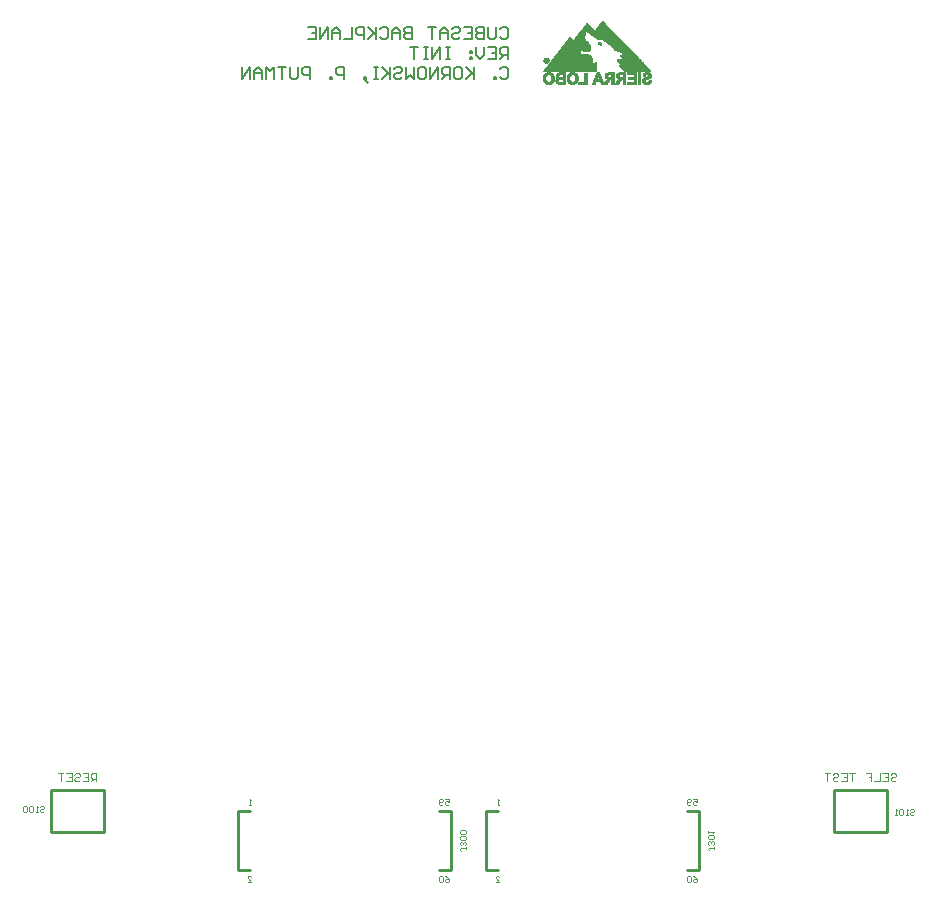
<source format=gbo>
G04*
G04 #@! TF.GenerationSoftware,Altium Limited,Altium Designer,19.1.6 (110)*
G04*
G04 Layer_Color=32896*
%FSLAX25Y25*%
%MOIN*%
G70*
G01*
G75*
%ADD11C,0.01000*%
%ADD15C,0.00394*%
%ADD56C,0.00050*%
%ADD57C,0.00800*%
%ADD58C,0.00472*%
D11*
X145669Y13780D02*
X149606D01*
Y33465D01*
X145669D02*
X149606D01*
X78740Y13780D02*
X82677D01*
X78740D02*
Y33465D01*
X82677D01*
X161417D02*
X165354D01*
X161417Y13780D02*
Y33465D01*
Y13780D02*
X165354D01*
X228346Y33465D02*
X232283D01*
Y13780D02*
Y33465D01*
X228346Y13780D02*
X232283D01*
X33858Y26575D02*
Y40354D01*
X16142D02*
X33858D01*
X16142Y26575D02*
Y40354D01*
Y26575D02*
X33858D01*
X277165D02*
X294882D01*
X277165D02*
Y40354D01*
X294882D01*
Y26575D02*
Y40354D01*
D15*
X147507Y11810D02*
X148163Y11482D01*
X148819Y10826D01*
Y10170D01*
X148491Y9843D01*
X147835D01*
X147507Y10170D01*
Y10498D01*
X147835Y10826D01*
X148819D01*
X146851Y11482D02*
X146523Y11810D01*
X145867D01*
X145539Y11482D01*
Y10170D01*
X145867Y9843D01*
X146523D01*
X146851Y10170D01*
Y11482D01*
X147507Y37401D02*
X148819D01*
Y36417D01*
X148163Y36745D01*
X147835D01*
X147507Y36417D01*
Y35761D01*
X147835Y35433D01*
X148491D01*
X148819Y35761D01*
X146851D02*
X146523Y35433D01*
X145867D01*
X145539Y35761D01*
Y37073D01*
X145867Y37401D01*
X146523D01*
X146851Y37073D01*
Y36745D01*
X146523Y36417D01*
X145539D01*
X81759Y9843D02*
X83071D01*
X81759Y11154D01*
Y11482D01*
X82087Y11810D01*
X82743D01*
X83071Y11482D01*
Y35433D02*
X82415D01*
X82743D01*
Y37401D01*
X83071Y37073D01*
X165748Y35433D02*
X165092D01*
X165420D01*
Y37401D01*
X165748Y37073D01*
X164436Y9843D02*
X165748D01*
X164436Y11154D01*
Y11482D01*
X164764Y11810D01*
X165420D01*
X165748Y11482D01*
X230184Y37401D02*
X231496D01*
Y36417D01*
X230840Y36745D01*
X230512D01*
X230184Y36417D01*
Y35761D01*
X230512Y35433D01*
X231168D01*
X231496Y35761D01*
X229528D02*
X229200Y35433D01*
X228544D01*
X228216Y35761D01*
Y37073D01*
X228544Y37401D01*
X229200D01*
X229528Y37073D01*
Y36745D01*
X229200Y36417D01*
X228216D01*
X230184Y11810D02*
X230840Y11482D01*
X231496Y10826D01*
Y10170D01*
X231168Y9843D01*
X230512D01*
X230184Y10170D01*
Y10498D01*
X230512Y10826D01*
X231496D01*
X229528Y11482D02*
X229200Y11810D01*
X228544D01*
X228216Y11482D01*
Y10170D01*
X228544Y9843D01*
X229200D01*
X229528Y10170D01*
Y11482D01*
X302625Y33923D02*
X302953Y34251D01*
X303609D01*
X303937Y33923D01*
Y33595D01*
X303609Y33267D01*
X302953D01*
X302625Y32939D01*
Y32611D01*
X302953Y32283D01*
X303609D01*
X303937Y32611D01*
X301969Y32283D02*
X301313D01*
X301641D01*
Y34251D01*
X301969Y33923D01*
X300329D02*
X300001Y34251D01*
X299345D01*
X299017Y33923D01*
Y32611D01*
X299345Y32283D01*
X300001D01*
X300329Y32611D01*
Y33923D01*
X298361Y32283D02*
X297706D01*
X298033D01*
Y34251D01*
X298361Y33923D01*
X12468Y34711D02*
X12796Y35039D01*
X13452D01*
X13780Y34711D01*
Y34383D01*
X13452Y34055D01*
X12796D01*
X12468Y33727D01*
Y33399D01*
X12796Y33071D01*
X13452D01*
X13780Y33399D01*
X11812Y33071D02*
X11156D01*
X11484D01*
Y35039D01*
X11812Y34711D01*
X10172D02*
X9844Y35039D01*
X9188D01*
X8860Y34711D01*
Y33399D01*
X9188Y33071D01*
X9844D01*
X10172Y33399D01*
Y34711D01*
X8204D02*
X7876Y35039D01*
X7220D01*
X6892Y34711D01*
Y33399D01*
X7220Y33071D01*
X7876D01*
X8204Y33399D01*
Y34711D01*
X237174Y21618D02*
Y20962D01*
Y21290D01*
X235534D01*
X235206Y20962D01*
Y20634D01*
X235534Y20306D01*
X236846Y22274D02*
X237174Y22602D01*
Y23258D01*
X236846Y23586D01*
X236518D01*
X236190Y23258D01*
Y22930D01*
Y23258D01*
X235862Y23586D01*
X235534D01*
X235206Y23258D01*
Y22602D01*
X235534Y22274D01*
X236846Y24242D02*
X237174Y24570D01*
Y25226D01*
X236846Y25554D01*
X235534D01*
X235206Y25226D01*
Y24570D01*
X235534Y24242D01*
X236846D01*
X235206Y26210D02*
Y26866D01*
Y26538D01*
X237174D01*
X236846Y26210D01*
X154474Y21318D02*
Y20662D01*
Y20990D01*
X152834D01*
X152506Y20662D01*
Y20334D01*
X152834Y20006D01*
X154146Y21974D02*
X154474Y22302D01*
Y22958D01*
X154146Y23286D01*
X153818D01*
X153490Y22958D01*
Y22630D01*
Y22958D01*
X153162Y23286D01*
X152834D01*
X152506Y22958D01*
Y22302D01*
X152834Y21974D01*
X154146Y23942D02*
X154474Y24270D01*
Y24926D01*
X154146Y25254D01*
X152834D01*
X152506Y24926D01*
Y24270D01*
X152834Y23942D01*
X154146D01*
Y25910D02*
X154474Y26238D01*
Y26894D01*
X154146Y27222D01*
X152834D01*
X152506Y26894D01*
Y26238D01*
X152834Y25910D01*
X154146D01*
D56*
X181735Y275840D02*
X182385D01*
X189635D02*
X190335D01*
X214435D02*
X215185D01*
X181485Y275890D02*
X182635D01*
X185635D02*
X187535D01*
X189385D02*
X190585D01*
X192135D02*
X194735D01*
X196685D02*
X197485D01*
X199635D02*
X200435D01*
X200485D02*
X201385D01*
X203135D02*
X203835D01*
X204335D02*
X205185D01*
X206935D02*
X207685D01*
X208335D02*
X211185D01*
X211935D02*
X212685D01*
X214135D02*
X215435D01*
X181335Y275940D02*
X182835D01*
X185135D02*
X187585D01*
X189235D02*
X190735D01*
X192085D02*
X194785D01*
X196685D02*
X197535D01*
X199585D02*
X200435D01*
X200485D02*
X201435D01*
X203085D02*
X203885D01*
X204335D02*
X205235D01*
X206935D02*
X207685D01*
X208335D02*
X211235D01*
X211935D02*
X212685D01*
X214035D02*
X215585D01*
X181185Y275991D02*
X182935D01*
X185035D02*
X187535D01*
X189135D02*
X190835D01*
X192085D02*
X194785D01*
X196685D02*
X197535D01*
X199585D02*
X200385D01*
X200535D02*
X201485D01*
X203085D02*
X203885D01*
X204335D02*
X205285D01*
X206935D02*
X207685D01*
X208335D02*
X211185D01*
X211935D02*
X212685D01*
X213935D02*
X215735D01*
X181135Y276041D02*
X183035D01*
X184935D02*
X187585D01*
X189035D02*
X190935D01*
X192085D02*
X194785D01*
X196735D02*
X197535D01*
X199585D02*
X200385D01*
X200585D02*
X201485D01*
X203085D02*
X203885D01*
X204385D02*
X205335D01*
X206935D02*
X207685D01*
X208335D02*
X211235D01*
X211935D02*
X212685D01*
X213835D02*
X215785D01*
X181035Y276091D02*
X183135D01*
X184835D02*
X187535D01*
X188935D02*
X191035D01*
X192085D02*
X194785D01*
X196735D02*
X197585D01*
X199535D02*
X200385D01*
X200585D02*
X201535D01*
X203085D02*
X203885D01*
X204385D02*
X205335D01*
X206935D02*
X207685D01*
X208335D02*
X211235D01*
X211935D02*
X212685D01*
X213735D02*
X215835D01*
X180935Y276140D02*
X183185D01*
X184735D02*
X187535D01*
X188885D02*
X191085D01*
X192085D02*
X194785D01*
X196735D02*
X197585D01*
X199535D02*
X200335D01*
X200635D02*
X201585D01*
X203085D02*
X203885D01*
X204435D02*
X205385D01*
X206935D02*
X207685D01*
X208335D02*
X211235D01*
X211935D02*
X212685D01*
X213685D02*
X215935D01*
X180885Y276190D02*
X183235D01*
X184685D02*
X187535D01*
X188785D02*
X191185D01*
X192085D02*
X194785D01*
X196785D02*
X197585D01*
X199535D02*
X200335D01*
X200685D02*
X201585D01*
X203085D02*
X203885D01*
X204485D02*
X205385D01*
X206935D02*
X207685D01*
X208335D02*
X211235D01*
X211935D02*
X212685D01*
X213635D02*
X215985D01*
X180835Y276240D02*
X183335D01*
X184685D02*
X187535D01*
X188735D02*
X191235D01*
X192085D02*
X194785D01*
X196785D02*
X197635D01*
X199485D02*
X200285D01*
X200685D02*
X201635D01*
X203085D02*
X203885D01*
X204535D02*
X205435D01*
X206935D02*
X207685D01*
X208335D02*
X211235D01*
X211935D02*
X212685D01*
X213585D02*
X216035D01*
X180785Y276290D02*
X183385D01*
X184635D02*
X187535D01*
X188685D02*
X191285D01*
X192085D02*
X194785D01*
X196835D02*
X197635D01*
X199485D02*
X200285D01*
X200735D02*
X201685D01*
X203085D02*
X203885D01*
X204535D02*
X205485D01*
X206935D02*
X207685D01*
X208335D02*
X211235D01*
X211935D02*
X212685D01*
X213535D02*
X216085D01*
X180735Y276341D02*
X183435D01*
X184585D02*
X187535D01*
X188635D02*
X191335D01*
X192085D02*
X194785D01*
X196835D02*
X197685D01*
X199485D02*
X200285D01*
X200735D02*
X201685D01*
X203085D02*
X203885D01*
X204585D02*
X205485D01*
X206935D02*
X207685D01*
X208335D02*
X211235D01*
X211935D02*
X212685D01*
X213485D02*
X216135D01*
X180685Y276391D02*
X183485D01*
X184535D02*
X187535D01*
X188585D02*
X191385D01*
X192085D02*
X194785D01*
X196835D02*
X197685D01*
X199435D02*
X200235D01*
X200785D02*
X201735D01*
X203085D02*
X203885D01*
X204585D02*
X205535D01*
X206935D02*
X207685D01*
X208335D02*
X211235D01*
X211935D02*
X212685D01*
X213485D02*
X216135D01*
X180635Y276441D02*
X183485D01*
X184535D02*
X187535D01*
X188535D02*
X191435D01*
X192085D02*
X194785D01*
X196885D02*
X197685D01*
X199435D02*
X200235D01*
X200785D02*
X201785D01*
X203085D02*
X203885D01*
X204635D02*
X205585D01*
X206935D02*
X207685D01*
X208335D02*
X211235D01*
X211935D02*
X212685D01*
X213435D02*
X216185D01*
X180585Y276490D02*
X181885D01*
X182285D02*
X183535D01*
X184485D02*
X187535D01*
X188535D02*
X189735D01*
X190185D02*
X191485D01*
X192085D02*
X194785D01*
X196885D02*
X197735D01*
X199435D02*
X200235D01*
X200835D02*
X201785D01*
X203085D02*
X203885D01*
X204635D02*
X205585D01*
X206935D02*
X207685D01*
X208335D02*
X211235D01*
X211935D02*
X212685D01*
X213435D02*
X214535D01*
X215085D02*
X216185D01*
X180535Y276540D02*
X181685D01*
X182435D02*
X183585D01*
X184485D02*
X185585D01*
X186785D02*
X187535D01*
X188485D02*
X189585D01*
X190335D02*
X191485D01*
X193985D02*
X194785D01*
X196935D02*
X197735D01*
X199385D02*
X200185D01*
X200885D02*
X201835D01*
X203085D02*
X203885D01*
X204685D02*
X205635D01*
X206935D02*
X207685D01*
X210435D02*
X211235D01*
X211935D02*
X212685D01*
X213385D02*
X214385D01*
X215235D02*
X216235D01*
X180535Y276590D02*
X181585D01*
X182535D02*
X183635D01*
X184485D02*
X185435D01*
X186785D02*
X187535D01*
X188435D02*
X189485D01*
X190485D02*
X191535D01*
X193985D02*
X194785D01*
X196935D02*
X197735D01*
X199385D02*
X200185D01*
X200935D02*
X201885D01*
X203085D02*
X203885D01*
X204735D02*
X205685D01*
X206935D02*
X207685D01*
X210435D02*
X211235D01*
X211935D02*
X212685D01*
X213385D02*
X214285D01*
X215335D02*
X216235D01*
X180485Y276641D02*
X181535D01*
X182635D02*
X183635D01*
X184435D02*
X185335D01*
X186785D02*
X187535D01*
X188435D02*
X189435D01*
X190535D02*
X191535D01*
X193985D02*
X194785D01*
X196935D02*
X197785D01*
X199335D02*
X200135D01*
X200935D02*
X201885D01*
X203085D02*
X203885D01*
X204735D02*
X205735D01*
X206935D02*
X207685D01*
X210435D02*
X211235D01*
X211935D02*
X212685D01*
X213335D02*
X214235D01*
X215385D02*
X216285D01*
X180485Y276691D02*
X181435D01*
X182685D02*
X183685D01*
X184435D02*
X185285D01*
X186785D02*
X187535D01*
X188385D02*
X189335D01*
X190585D02*
X191585D01*
X193985D02*
X194785D01*
X196985D02*
X197785D01*
X199335D02*
X200135D01*
X200985D02*
X201935D01*
X203085D02*
X203885D01*
X204785D02*
X205735D01*
X206935D02*
X207685D01*
X210435D02*
X211235D01*
X211935D02*
X212685D01*
X213335D02*
X214185D01*
X215435D02*
X216285D01*
X180435Y276741D02*
X181385D01*
X182785D02*
X183685D01*
X184435D02*
X185235D01*
X186785D02*
X187535D01*
X188385D02*
X189285D01*
X190685D02*
X191635D01*
X193985D02*
X194785D01*
X196985D02*
X200135D01*
X200985D02*
X201985D01*
X203085D02*
X203885D01*
X204835D02*
X205785D01*
X206935D02*
X207685D01*
X210435D02*
X211235D01*
X211935D02*
X212685D01*
X213335D02*
X214135D01*
X215485D02*
X216285D01*
X180435Y276790D02*
X181335D01*
X182785D02*
X183735D01*
X184385D02*
X185235D01*
X186785D02*
X187535D01*
X188335D02*
X189235D01*
X190735D02*
X191635D01*
X193985D02*
X194785D01*
X197035D02*
X200085D01*
X201035D02*
X201985D01*
X203085D02*
X203885D01*
X204835D02*
X205835D01*
X206935D02*
X207685D01*
X210435D02*
X211235D01*
X211935D02*
X212685D01*
X213335D02*
X214135D01*
X215485D02*
X216335D01*
X180385Y276840D02*
X181285D01*
X182835D02*
X183735D01*
X184385D02*
X185185D01*
X186785D02*
X187535D01*
X188335D02*
X189185D01*
X190785D02*
X191635D01*
X193985D02*
X194785D01*
X197035D02*
X200085D01*
X201085D02*
X202035D01*
X203085D02*
X203885D01*
X204885D02*
X205835D01*
X206935D02*
X207685D01*
X210435D02*
X211235D01*
X211935D02*
X212685D01*
X213335D02*
X214085D01*
X215535D02*
X216335D01*
X180385Y276890D02*
X181235D01*
X182885D02*
X183735D01*
X184385D02*
X185185D01*
X186785D02*
X187535D01*
X188285D02*
X189185D01*
X190785D02*
X191685D01*
X193985D02*
X194785D01*
X197035D02*
X200085D01*
X201085D02*
X202085D01*
X203085D02*
X203885D01*
X204935D02*
X205885D01*
X206935D02*
X207685D01*
X210435D02*
X211235D01*
X211935D02*
X212685D01*
X213335D02*
X214085D01*
X215535D02*
X216335D01*
X180335Y276940D02*
X181185D01*
X182935D02*
X183785D01*
X184385D02*
X185185D01*
X186785D02*
X187535D01*
X188285D02*
X189135D01*
X190835D02*
X191685D01*
X193985D02*
X194785D01*
X197085D02*
X200035D01*
X201135D02*
X202135D01*
X203085D02*
X203885D01*
X204935D02*
X205935D01*
X206935D02*
X207685D01*
X210435D02*
X211235D01*
X211935D02*
X212685D01*
X213335D02*
X214085D01*
X215585D02*
X216385D01*
X180335Y276991D02*
X181185D01*
X182935D02*
X183785D01*
X184385D02*
X185185D01*
X186785D02*
X187535D01*
X188285D02*
X189135D01*
X190835D02*
X191735D01*
X193985D02*
X194785D01*
X197085D02*
X200035D01*
X201185D02*
X202135D01*
X203085D02*
X203885D01*
X204985D02*
X205935D01*
X206935D02*
X207685D01*
X210435D02*
X211235D01*
X211935D02*
X212685D01*
X213335D02*
X214085D01*
X215585D02*
X216385D01*
X180335Y277041D02*
X181185D01*
X182985D02*
X183835D01*
X184385D02*
X185185D01*
X186785D02*
X187535D01*
X188235D02*
X189085D01*
X190885D02*
X191735D01*
X193985D02*
X194785D01*
X197135D02*
X199985D01*
X201185D02*
X202185D01*
X203085D02*
X203885D01*
X205035D02*
X205985D01*
X206935D02*
X207685D01*
X210435D02*
X211235D01*
X211935D02*
X212685D01*
X213335D02*
X214085D01*
X215585D02*
X216385D01*
X180335Y277091D02*
X181135D01*
X182985D02*
X183835D01*
X184385D02*
X185185D01*
X186785D02*
X187535D01*
X188235D02*
X189085D01*
X190935D02*
X191735D01*
X193985D02*
X194785D01*
X197135D02*
X199985D01*
X201235D02*
X202235D01*
X203085D02*
X203885D01*
X205035D02*
X206035D01*
X206935D02*
X207685D01*
X210435D02*
X211235D01*
X211935D02*
X212685D01*
X213335D02*
X214085D01*
X215635D02*
X216385D01*
X180285Y277140D02*
X181135D01*
X182985D02*
X183835D01*
X184385D02*
X185185D01*
X186785D02*
X187535D01*
X188235D02*
X189035D01*
X190935D02*
X191735D01*
X193985D02*
X194785D01*
X197135D02*
X199935D01*
X201285D02*
X202235D01*
X203085D02*
X203885D01*
X205085D02*
X206085D01*
X206935D02*
X207685D01*
X210435D02*
X211235D01*
X211935D02*
X212685D01*
X213335D02*
X214135D01*
X215635D02*
X216135D01*
X180285Y277190D02*
X181085D01*
X183035D02*
X183835D01*
X184385D02*
X185185D01*
X186785D02*
X187535D01*
X188185D02*
X189035D01*
X190935D02*
X191785D01*
X193985D02*
X194785D01*
X197185D02*
X199935D01*
X201335D02*
X202285D01*
X203085D02*
X203885D01*
X205135D02*
X206085D01*
X206935D02*
X207685D01*
X210435D02*
X211235D01*
X211935D02*
X212685D01*
X213335D02*
X214135D01*
X180285Y277240D02*
X181085D01*
X183035D02*
X183885D01*
X184435D02*
X185235D01*
X186785D02*
X187535D01*
X188185D02*
X188985D01*
X190985D02*
X191785D01*
X193985D02*
X194785D01*
X197185D02*
X199935D01*
X201385D02*
X202335D01*
X203085D02*
X203885D01*
X205185D02*
X206135D01*
X206935D02*
X207685D01*
X210435D02*
X211235D01*
X211935D02*
X212685D01*
X213335D02*
X214185D01*
X180285Y277291D02*
X181085D01*
X183085D02*
X183885D01*
X184435D02*
X185235D01*
X186785D02*
X187535D01*
X188185D02*
X188985D01*
X190985D02*
X191785D01*
X193985D02*
X194785D01*
X197185D02*
X199885D01*
X201435D02*
X202385D01*
X203085D02*
X203885D01*
X205235D02*
X206185D01*
X206935D02*
X207685D01*
X210435D02*
X211235D01*
X211935D02*
X212685D01*
X213335D02*
X214285D01*
X180235Y277341D02*
X181085D01*
X183085D02*
X183885D01*
X184435D02*
X185285D01*
X186785D02*
X187535D01*
X188185D02*
X188985D01*
X190985D02*
X191785D01*
X193985D02*
X194785D01*
X197235D02*
X199885D01*
X201485D02*
X202435D01*
X203085D02*
X203885D01*
X205285D02*
X206235D01*
X206935D02*
X207685D01*
X210435D02*
X211235D01*
X211935D02*
X212685D01*
X213335D02*
X214385D01*
X180235Y277391D02*
X181035D01*
X183085D02*
X183885D01*
X184485D02*
X185335D01*
X186785D02*
X187535D01*
X188185D02*
X188985D01*
X190985D02*
X191785D01*
X193985D02*
X194785D01*
X197235D02*
X198085D01*
X199085D02*
X199885D01*
X201535D02*
X202535D01*
X203085D02*
X203885D01*
X205335D02*
X206335D01*
X206935D02*
X207685D01*
X210435D02*
X211235D01*
X211935D02*
X212685D01*
X213385D02*
X214535D01*
X180235Y277441D02*
X181035D01*
X183085D02*
X183885D01*
X184485D02*
X185435D01*
X186785D02*
X187535D01*
X188185D02*
X188985D01*
X190985D02*
X191785D01*
X193985D02*
X194785D01*
X197285D02*
X198085D01*
X199035D02*
X199835D01*
X201585D02*
X202735D01*
X203085D02*
X203885D01*
X205435D02*
X206535D01*
X206935D02*
X207685D01*
X210435D02*
X211235D01*
X211935D02*
X212685D01*
X213385D02*
X214685D01*
X180235Y277490D02*
X181035D01*
X183085D02*
X183885D01*
X184535D02*
X185585D01*
X186785D02*
X187535D01*
X188185D02*
X188985D01*
X190985D02*
X191785D01*
X193985D02*
X194785D01*
X197285D02*
X198085D01*
X199035D02*
X199835D01*
X201685D02*
X203885D01*
X205485D02*
X207685D01*
X210435D02*
X211235D01*
X211935D02*
X212685D01*
X213435D02*
X214885D01*
X180235Y277540D02*
X181035D01*
X183085D02*
X183885D01*
X184585D02*
X187535D01*
X188135D02*
X188935D01*
X191035D02*
X191835D01*
X193985D02*
X194785D01*
X197335D02*
X198135D01*
X199035D02*
X199785D01*
X201735D02*
X203885D01*
X205535D02*
X207685D01*
X208585D02*
X211235D01*
X211935D02*
X212685D01*
X213435D02*
X215085D01*
X180235Y277590D02*
X181035D01*
X183085D02*
X183885D01*
X184585D02*
X187535D01*
X188135D02*
X188935D01*
X191035D02*
X191835D01*
X193985D02*
X194785D01*
X197335D02*
X198135D01*
X198985D02*
X199785D01*
X201535D02*
X203885D01*
X205335D02*
X207685D01*
X208535D02*
X211235D01*
X211935D02*
X212685D01*
X213485D02*
X215235D01*
X180235Y277641D02*
X181035D01*
X183085D02*
X183885D01*
X184635D02*
X187535D01*
X188135D02*
X188935D01*
X191035D02*
X191835D01*
X193985D02*
X194785D01*
X197335D02*
X198185D01*
X198985D02*
X199735D01*
X201385D02*
X203885D01*
X205235D02*
X207685D01*
X208535D02*
X211235D01*
X211935D02*
X212685D01*
X213485D02*
X215435D01*
X180235Y277691D02*
X181035D01*
X183135D02*
X183885D01*
X184685D02*
X187535D01*
X188135D02*
X188935D01*
X191035D02*
X191835D01*
X193985D02*
X194785D01*
X197385D02*
X198185D01*
X198985D02*
X199735D01*
X201285D02*
X203885D01*
X205085D02*
X207685D01*
X208535D02*
X211235D01*
X211935D02*
X212685D01*
X213535D02*
X215535D01*
X180235Y277741D02*
X181035D01*
X183135D02*
X183885D01*
X184785D02*
X187535D01*
X188135D02*
X188935D01*
X191035D02*
X191835D01*
X193985D02*
X194785D01*
X197385D02*
X198185D01*
X198935D02*
X199735D01*
X201185D02*
X203885D01*
X205035D02*
X207685D01*
X208535D02*
X211235D01*
X211935D02*
X212685D01*
X213585D02*
X215635D01*
X180235Y277790D02*
X181035D01*
X183135D02*
X183885D01*
X184835D02*
X187535D01*
X188135D02*
X188935D01*
X191035D02*
X191835D01*
X193985D02*
X194785D01*
X197435D02*
X198235D01*
X198935D02*
X199685D01*
X201135D02*
X203885D01*
X204935D02*
X207685D01*
X208535D02*
X211235D01*
X211935D02*
X212685D01*
X213635D02*
X215735D01*
X180235Y277840D02*
X181035D01*
X183135D02*
X183885D01*
X184985D02*
X187535D01*
X188135D02*
X188935D01*
X191035D02*
X191835D01*
X193985D02*
X194785D01*
X197435D02*
X198235D01*
X198885D02*
X199685D01*
X201085D02*
X203885D01*
X204885D02*
X207685D01*
X208535D02*
X211235D01*
X211935D02*
X212685D01*
X213685D02*
X215835D01*
X180235Y277890D02*
X181035D01*
X183085D02*
X183885D01*
X185035D02*
X187535D01*
X188135D02*
X188935D01*
X191035D02*
X191835D01*
X193985D02*
X194785D01*
X197435D02*
X198235D01*
X198885D02*
X199685D01*
X201035D02*
X203885D01*
X204835D02*
X207685D01*
X208535D02*
X211235D01*
X211935D02*
X212685D01*
X213735D02*
X215885D01*
X180235Y277941D02*
X181035D01*
X183085D02*
X183885D01*
X184985D02*
X187535D01*
X188135D02*
X188935D01*
X191035D02*
X191835D01*
X193985D02*
X194785D01*
X197485D02*
X198285D01*
X198885D02*
X199635D01*
X200985D02*
X203885D01*
X204785D02*
X207685D01*
X208535D02*
X211235D01*
X211935D02*
X212685D01*
X213835D02*
X215935D01*
X180235Y277991D02*
X181035D01*
X183085D02*
X183885D01*
X184935D02*
X187535D01*
X188135D02*
X188935D01*
X191035D02*
X191835D01*
X193985D02*
X194785D01*
X197485D02*
X198285D01*
X198835D02*
X199635D01*
X200935D02*
X203885D01*
X204785D02*
X207685D01*
X208535D02*
X211235D01*
X211935D02*
X212685D01*
X213935D02*
X215985D01*
X180235Y278041D02*
X181035D01*
X183085D02*
X183885D01*
X184835D02*
X187535D01*
X188185D02*
X188935D01*
X191035D02*
X191835D01*
X193985D02*
X194785D01*
X197535D02*
X198335D01*
X198835D02*
X199585D01*
X200935D02*
X203885D01*
X204735D02*
X207685D01*
X208535D02*
X211235D01*
X211935D02*
X212685D01*
X214035D02*
X216035D01*
X180235Y278091D02*
X181035D01*
X183085D02*
X183885D01*
X184785D02*
X187535D01*
X188185D02*
X188985D01*
X191035D02*
X191835D01*
X193985D02*
X194785D01*
X197535D02*
X198335D01*
X198835D02*
X199585D01*
X200885D02*
X201935D01*
X203085D02*
X203885D01*
X204685D02*
X205735D01*
X206935D02*
X207685D01*
X208535D02*
X211235D01*
X211935D02*
X212685D01*
X214185D02*
X216085D01*
X180285Y278140D02*
X181035D01*
X183085D02*
X183885D01*
X184785D02*
X187535D01*
X188185D02*
X188985D01*
X190985D02*
X191785D01*
X193985D02*
X194785D01*
X197535D02*
X198335D01*
X198785D02*
X199585D01*
X200835D02*
X201785D01*
X203085D02*
X203885D01*
X204685D02*
X205585D01*
X206935D02*
X207685D01*
X208535D02*
X211235D01*
X211935D02*
X212685D01*
X214335D02*
X216135D01*
X180285Y278190D02*
X181085D01*
X183085D02*
X183885D01*
X184735D02*
X185635D01*
X186785D02*
X187535D01*
X188185D02*
X188985D01*
X190985D02*
X191785D01*
X193985D02*
X194785D01*
X197585D02*
X198385D01*
X198785D02*
X199535D01*
X200835D02*
X201735D01*
X203085D02*
X203885D01*
X204685D02*
X205535D01*
X206935D02*
X207685D01*
X210435D02*
X211235D01*
X211935D02*
X212685D01*
X214535D02*
X216135D01*
X180285Y278240D02*
X181085D01*
X183035D02*
X183885D01*
X184685D02*
X185535D01*
X186785D02*
X187535D01*
X188185D02*
X188985D01*
X190985D02*
X191785D01*
X193985D02*
X194785D01*
X197585D02*
X198385D01*
X198785D02*
X199535D01*
X200835D02*
X201685D01*
X203085D02*
X203885D01*
X204635D02*
X205485D01*
X206935D02*
X207685D01*
X210435D02*
X211235D01*
X211935D02*
X212685D01*
X214735D02*
X216185D01*
X180285Y278291D02*
X181085D01*
X183035D02*
X183835D01*
X184685D02*
X185435D01*
X186785D02*
X187535D01*
X188185D02*
X188985D01*
X190985D02*
X191785D01*
X193985D02*
X194785D01*
X197635D02*
X198385D01*
X198735D02*
X199485D01*
X200835D02*
X201635D01*
X203085D02*
X203885D01*
X204635D02*
X205435D01*
X206935D02*
X207685D01*
X210435D02*
X211235D01*
X211935D02*
X212685D01*
X214935D02*
X216185D01*
X180285Y278341D02*
X181085D01*
X183035D02*
X183835D01*
X184635D02*
X185385D01*
X186785D02*
X187535D01*
X188185D02*
X189035D01*
X190935D02*
X191785D01*
X193985D02*
X194785D01*
X197635D02*
X198435D01*
X198735D02*
X199485D01*
X200785D02*
X201585D01*
X203085D02*
X203885D01*
X204635D02*
X205435D01*
X206935D02*
X207685D01*
X210435D02*
X211235D01*
X211935D02*
X212685D01*
X215035D02*
X216185D01*
X180285Y278391D02*
X181135D01*
X183035D02*
X183835D01*
X184635D02*
X185385D01*
X186785D02*
X187535D01*
X188235D02*
X189035D01*
X190935D02*
X191735D01*
X193985D02*
X194785D01*
X197635D02*
X198435D01*
X198735D02*
X199485D01*
X200785D02*
X201585D01*
X203085D02*
X203885D01*
X204585D02*
X205385D01*
X206935D02*
X207685D01*
X210435D02*
X211235D01*
X211935D02*
X212685D01*
X215235D02*
X216235D01*
X180335Y278440D02*
X181135D01*
X182985D02*
X183835D01*
X184585D02*
X185335D01*
X186785D02*
X187535D01*
X188235D02*
X189035D01*
X190935D02*
X191735D01*
X193985D02*
X194785D01*
X197685D02*
X198435D01*
X198685D02*
X199435D01*
X200785D02*
X201585D01*
X203085D02*
X203885D01*
X204585D02*
X205385D01*
X206935D02*
X207685D01*
X210435D02*
X211235D01*
X211935D02*
X212685D01*
X215335D02*
X216235D01*
X180335Y278490D02*
X181135D01*
X182985D02*
X183835D01*
X184585D02*
X185335D01*
X186785D02*
X187535D01*
X188235D02*
X189035D01*
X190885D02*
X191735D01*
X193985D02*
X194785D01*
X197685D02*
X198485D01*
X198685D02*
X199435D01*
X200785D02*
X201585D01*
X203085D02*
X203885D01*
X204585D02*
X205385D01*
X206935D02*
X207685D01*
X210435D02*
X211235D01*
X211935D02*
X212685D01*
X215385D02*
X216235D01*
X180335Y278540D02*
X181185D01*
X182935D02*
X183785D01*
X184585D02*
X185335D01*
X186785D02*
X187535D01*
X188235D02*
X189085D01*
X190885D02*
X191735D01*
X193985D02*
X194785D01*
X197735D02*
X198485D01*
X198635D02*
X199385D01*
X200785D02*
X201585D01*
X203085D02*
X203885D01*
X204585D02*
X205385D01*
X206935D02*
X207685D01*
X210435D02*
X211235D01*
X211935D02*
X212685D01*
X214135D02*
X214185D01*
X215485D02*
X216235D01*
X180335Y278590D02*
X181185D01*
X182935D02*
X183785D01*
X184585D02*
X185335D01*
X186785D02*
X187535D01*
X188285D02*
X189135D01*
X190835D02*
X191685D01*
X193985D02*
X194785D01*
X197735D02*
X198535D01*
X198635D02*
X199385D01*
X200785D02*
X201585D01*
X203085D02*
X203885D01*
X204585D02*
X205385D01*
X206935D02*
X207685D01*
X210435D02*
X211235D01*
X211935D02*
X212685D01*
X213435D02*
X214185D01*
X215485D02*
X216235D01*
X180385Y278641D02*
X181235D01*
X182885D02*
X183735D01*
X184585D02*
X185335D01*
X186785D02*
X187535D01*
X188285D02*
X189135D01*
X190835D02*
X191685D01*
X193985D02*
X194785D01*
X197735D02*
X198535D01*
X198635D02*
X199385D01*
X200785D02*
X201585D01*
X203085D02*
X203885D01*
X204585D02*
X205385D01*
X206935D02*
X207685D01*
X210435D02*
X211235D01*
X211935D02*
X212685D01*
X213435D02*
X214235D01*
X215485D02*
X216235D01*
X180385Y278691D02*
X181285D01*
X182835D02*
X183735D01*
X184585D02*
X185335D01*
X186785D02*
X187535D01*
X188335D02*
X189185D01*
X190785D02*
X191635D01*
X193985D02*
X194785D01*
X197785D02*
X198535D01*
X198585D02*
X199335D01*
X200785D02*
X201585D01*
X203085D02*
X203885D01*
X204585D02*
X205385D01*
X206935D02*
X207685D01*
X210435D02*
X211235D01*
X211935D02*
X212685D01*
X213435D02*
X214235D01*
X215535D02*
X216235D01*
X180435Y278741D02*
X181335D01*
X182835D02*
X183735D01*
X184585D02*
X185335D01*
X186785D02*
X187535D01*
X188335D02*
X189235D01*
X190735D02*
X191635D01*
X193985D02*
X194785D01*
X197785D02*
X199335D01*
X200785D02*
X201585D01*
X203085D02*
X203885D01*
X204585D02*
X205435D01*
X206935D02*
X207685D01*
X210435D02*
X211235D01*
X211935D02*
X212685D01*
X213435D02*
X214235D01*
X215535D02*
X216235D01*
X180435Y278790D02*
X181335D01*
X182785D02*
X183685D01*
X184585D02*
X185335D01*
X186785D02*
X187535D01*
X188385D02*
X189285D01*
X190685D02*
X191635D01*
X193985D02*
X194785D01*
X197835D02*
X199335D01*
X200785D02*
X201635D01*
X203085D02*
X203885D01*
X204585D02*
X205435D01*
X206935D02*
X207685D01*
X210435D02*
X211235D01*
X211935D02*
X212685D01*
X213435D02*
X214285D01*
X215485D02*
X216235D01*
X180485Y278840D02*
X181435D01*
X182735D02*
X183685D01*
X184585D02*
X185385D01*
X186785D02*
X187535D01*
X188385D02*
X189335D01*
X190635D02*
X191585D01*
X193985D02*
X194785D01*
X197835D02*
X199285D01*
X200785D02*
X201685D01*
X203085D02*
X203885D01*
X204635D02*
X205485D01*
X206935D02*
X207685D01*
X210435D02*
X211235D01*
X211935D02*
X212685D01*
X213435D02*
X214285D01*
X215485D02*
X216235D01*
X180485Y278890D02*
X181485D01*
X182685D02*
X183635D01*
X184585D02*
X185435D01*
X186785D02*
X187535D01*
X188435D02*
X189385D01*
X190585D02*
X191535D01*
X193985D02*
X194785D01*
X197835D02*
X199285D01*
X200785D02*
X201735D01*
X203085D02*
X203885D01*
X204635D02*
X205535D01*
X206935D02*
X207685D01*
X210435D02*
X211235D01*
X211935D02*
X212685D01*
X213485D02*
X214335D01*
X215485D02*
X216235D01*
X180535Y278941D02*
X181535D01*
X182535D02*
X183585D01*
X184585D02*
X185485D01*
X186785D02*
X187535D01*
X188435D02*
X189485D01*
X190485D02*
X191535D01*
X193985D02*
X194785D01*
X197885D02*
X199235D01*
X200835D02*
X201785D01*
X203085D02*
X203885D01*
X204635D02*
X205585D01*
X206935D02*
X207685D01*
X210435D02*
X211235D01*
X211935D02*
X212685D01*
X213485D02*
X214385D01*
X215385D02*
X216185D01*
X180585Y278991D02*
X181685D01*
X182435D02*
X183585D01*
X184635D02*
X185635D01*
X186785D02*
X187535D01*
X188485D02*
X189585D01*
X190385D02*
X191485D01*
X193985D02*
X194785D01*
X197885D02*
X199235D01*
X200835D02*
X201935D01*
X203085D02*
X203885D01*
X204635D02*
X205735D01*
X206935D02*
X207685D01*
X210435D02*
X211235D01*
X211935D02*
X212685D01*
X213485D02*
X214435D01*
X215335D02*
X216185D01*
X180585Y279041D02*
X181835D01*
X182285D02*
X183535D01*
X184635D02*
X187535D01*
X188535D02*
X189735D01*
X190235D02*
X191435D01*
X193985D02*
X194785D01*
X197935D02*
X199235D01*
X200885D02*
X203885D01*
X204685D02*
X207685D01*
X208385D02*
X211235D01*
X211935D02*
X212685D01*
X213535D02*
X214535D01*
X215185D02*
X216185D01*
X180635Y279090D02*
X183485D01*
X184685D02*
X187535D01*
X188535D02*
X191435D01*
X193985D02*
X194785D01*
X197935D02*
X199185D01*
X200885D02*
X203885D01*
X204685D02*
X207685D01*
X208385D02*
X211235D01*
X211935D02*
X212685D01*
X213535D02*
X216135D01*
X180685Y279140D02*
X183485D01*
X184685D02*
X187535D01*
X188585D02*
X191385D01*
X193985D02*
X194785D01*
X197935D02*
X199185D01*
X200935D02*
X203885D01*
X204735D02*
X207685D01*
X208385D02*
X211235D01*
X211935D02*
X212685D01*
X213585D02*
X216135D01*
X180735Y279190D02*
X183435D01*
X184735D02*
X187535D01*
X188635D02*
X191335D01*
X193985D02*
X194785D01*
X197985D02*
X199185D01*
X200935D02*
X203885D01*
X204735D02*
X207685D01*
X208385D02*
X211235D01*
X211935D02*
X212685D01*
X213585D02*
X216085D01*
X180785Y279240D02*
X183385D01*
X184735D02*
X187535D01*
X188685D02*
X191285D01*
X193985D02*
X194785D01*
X197985D02*
X199135D01*
X200985D02*
X203885D01*
X204785D02*
X207685D01*
X208385D02*
X211235D01*
X211935D02*
X212685D01*
X213635D02*
X216085D01*
X180835Y279291D02*
X183335D01*
X184785D02*
X187535D01*
X188735D02*
X191235D01*
X193985D02*
X194785D01*
X198035D02*
X199135D01*
X200985D02*
X203885D01*
X204835D02*
X207685D01*
X208385D02*
X211235D01*
X211935D02*
X212685D01*
X213685D02*
X216035D01*
X180885Y279341D02*
X183285D01*
X184835D02*
X187585D01*
X188835D02*
X191185D01*
X193985D02*
X194785D01*
X198035D02*
X199085D01*
X201035D02*
X203885D01*
X204885D02*
X207685D01*
X208385D02*
X211185D01*
X211935D02*
X212685D01*
X213735D02*
X215985D01*
X180935Y279391D02*
X183185D01*
X184885D02*
X187585D01*
X188835D02*
X191135D01*
X193985D02*
X194785D01*
X198035D02*
X199085D01*
X201085D02*
X203885D01*
X204935D02*
X207685D01*
X208385D02*
X211235D01*
X211935D02*
X212685D01*
X213785D02*
X215935D01*
X181035Y279440D02*
X183135D01*
X184935D02*
X187585D01*
X188935D02*
X191035D01*
X193985D02*
X194785D01*
X198085D02*
X199085D01*
X201185D02*
X203885D01*
X204985D02*
X207685D01*
X208385D02*
X211235D01*
X211935D02*
X212685D01*
X213835D02*
X215885D01*
X181085Y279490D02*
X183035D01*
X185035D02*
X187535D01*
X189035D02*
X190985D01*
X193985D02*
X194785D01*
X198085D02*
X199035D01*
X201235D02*
X203885D01*
X205085D02*
X207685D01*
X208385D02*
X211235D01*
X211935D02*
X212685D01*
X213885D02*
X215785D01*
X181235Y279540D02*
X182935D01*
X185135D02*
X187535D01*
X189135D02*
X190885D01*
X193985D02*
X194785D01*
X198135D02*
X199035D01*
X201335D02*
X203885D01*
X205135D02*
X207685D01*
X208385D02*
X211235D01*
X211935D02*
X212685D01*
X213985D02*
X215735D01*
X181335Y279591D02*
X182835D01*
X185235D02*
X187535D01*
X189235D02*
X190735D01*
X193985D02*
X194785D01*
X198135D02*
X198985D01*
X201535D02*
X203885D01*
X205285D02*
X207685D01*
X208385D02*
X211235D01*
X211935D02*
X212685D01*
X214085D02*
X215635D01*
X181435Y279641D02*
X182685D01*
X185585D02*
X187535D01*
X189385D02*
X190585D01*
X198135D02*
X198985D01*
X201885D02*
X203885D01*
X205685D02*
X207685D01*
X208385D02*
X211185D01*
X211935D02*
X212685D01*
X214235D02*
X215485D01*
X181735Y279691D02*
X182435D01*
X189635D02*
X190335D01*
X214485D02*
X215235D01*
X180385Y280190D02*
X197885D01*
X207185D02*
X216035D01*
X180435Y280241D02*
X197885D01*
X207135D02*
X216035D01*
X180485Y280291D02*
X197885D01*
X207135D02*
X216035D01*
X180485Y280341D02*
X197885D01*
X207035D02*
X215985D01*
X180535Y280391D02*
X197885D01*
X207035D02*
X215935D01*
X180585Y280440D02*
X197885D01*
X206985D02*
X215885D01*
X180635Y280490D02*
X197935D01*
X206935D02*
X215835D01*
X180635Y280540D02*
X197935D01*
X206885D02*
X215785D01*
X180685Y280591D02*
X197935D01*
X206835D02*
X215735D01*
X180735Y280641D02*
X197935D01*
X206785D02*
X215685D01*
X180785Y280691D02*
X197935D01*
X206735D02*
X215635D01*
X180835Y280740D02*
X197935D01*
X206685D02*
X215585D01*
X180835Y280790D02*
X197935D01*
X206635D02*
X215535D01*
X180885Y280840D02*
X197935D01*
X206635D02*
X215485D01*
X180935Y280890D02*
X197935D01*
X206585D02*
X215435D01*
X180985Y280941D02*
X197935D01*
X206535D02*
X215385D01*
X180985Y280991D02*
X197935D01*
X206485D02*
X215335D01*
X181035Y281041D02*
X197935D01*
X206435D02*
X215285D01*
X181085Y281090D02*
X197935D01*
X206385D02*
X215235D01*
X181135Y281140D02*
X197935D01*
X206335D02*
X215235D01*
X181135Y281190D02*
X197935D01*
X206285D02*
X215135D01*
X181185Y281241D02*
X197935D01*
X206285D02*
X215085D01*
X181235Y281291D02*
X197935D01*
X206235D02*
X215035D01*
X181285Y281341D02*
X197935D01*
X206185D02*
X215035D01*
X181335Y281391D02*
X197935D01*
X206135D02*
X214985D01*
X181335Y281440D02*
X197935D01*
X206085D02*
X214935D01*
X181385Y281490D02*
X197935D01*
X206035D02*
X214885D01*
X181435Y281540D02*
X197935D01*
X205985D02*
X214835D01*
X181485Y281591D02*
X197935D01*
X205935D02*
X214785D01*
X181485Y281641D02*
X197935D01*
X205885D02*
X214735D01*
X181535Y281691D02*
X197985D01*
X205885D02*
X214685D01*
X181585Y281740D02*
X197985D01*
X205835D02*
X214635D01*
X181635Y281790D02*
X197985D01*
X205785D02*
X214585D01*
X181635Y281840D02*
X197985D01*
X205735D02*
X214535D01*
X181685Y281891D02*
X197985D01*
X205685D02*
X214485D01*
X181735Y281941D02*
X197985D01*
X205635D02*
X214435D01*
X181785Y281991D02*
X197985D01*
X205585D02*
X214385D01*
X181835Y282041D02*
X197985D01*
X205535D02*
X214335D01*
X181835Y282090D02*
X197985D01*
X205535D02*
X214285D01*
X181885Y282140D02*
X197985D01*
X205485D02*
X214235D01*
X181935Y282190D02*
X197985D01*
X205435D02*
X214185D01*
X181985Y282241D02*
X197985D01*
X205485D02*
X214135D01*
X182035Y282291D02*
X197985D01*
X205785D02*
X214085D01*
X182035Y282341D02*
X197985D01*
X206235D02*
X214035D01*
X182085Y282390D02*
X197985D01*
X206235D02*
X213985D01*
X182135Y282440D02*
X197985D01*
X206185D02*
X213935D01*
X182185Y282490D02*
X197985D01*
X206135D02*
X213885D01*
X182185Y282540D02*
X197985D01*
X206085D02*
X213835D01*
X182235Y282591D02*
X197985D01*
X206035D02*
X213785D01*
X182285Y282641D02*
X197935D01*
X205985D02*
X213735D01*
X182335Y282691D02*
X196685D01*
X196735D02*
X197935D01*
X205935D02*
X213685D01*
X182335Y282740D02*
X196685D01*
X196885D02*
X197935D01*
X205885D02*
X213635D01*
X182385Y282790D02*
X196685D01*
X196985D02*
X197935D01*
X205835D02*
X213585D01*
X182435Y282840D02*
X196685D01*
X197135D02*
X197935D01*
X205785D02*
X213535D01*
X181135Y282891D02*
X181485D01*
X182485D02*
X196735D01*
X197235D02*
X197885D01*
X205685D02*
X213485D01*
X180935Y282941D02*
X181635D01*
X182485D02*
X196735D01*
X197385D02*
X197885D01*
X205635D02*
X213485D01*
X180835Y282991D02*
X181785D01*
X182535D02*
X196735D01*
X197535D02*
X197785D01*
X205585D02*
X213435D01*
X180735Y283040D02*
X181835D01*
X182585D02*
X196735D01*
X205535D02*
X213385D01*
X180685Y283090D02*
X181085D01*
X181535D02*
X181885D01*
X182635D02*
X196735D01*
X205485D02*
X213285D01*
X180635Y283140D02*
X180985D01*
X181635D02*
X181935D01*
X182685D02*
X196735D01*
X205435D02*
X213285D01*
X180585Y283190D02*
X180885D01*
X181735D02*
X181985D01*
X182685D02*
X196735D01*
X205385D02*
X213185D01*
X180535Y283241D02*
X180835D01*
X181785D02*
X182035D01*
X182735D02*
X196735D01*
X205335D02*
X213135D01*
X180535Y283291D02*
X180735D01*
X180885D02*
X181135D01*
X181485D02*
X181685D01*
X181835D02*
X182085D01*
X182785D02*
X196735D01*
X205285D02*
X213135D01*
X180485Y283341D02*
X180735D01*
X180935D02*
X181135D01*
X181485D02*
X181685D01*
X181885D02*
X182085D01*
X182835D02*
X196735D01*
X205235D02*
X213085D01*
X180485Y283390D02*
X180685D01*
X180935D02*
X181185D01*
X181485D02*
X181685D01*
X181935D02*
X182135D01*
X182835D02*
X196735D01*
X205235D02*
X213035D01*
X180435Y283440D02*
X180635D01*
X180985D02*
X181185D01*
X181485D02*
X181685D01*
X181935D02*
X182135D01*
X182885D02*
X196735D01*
X205185D02*
X212985D01*
X180435Y283490D02*
X180635D01*
X180985D02*
X181235D01*
X181485D02*
X181685D01*
X181985D02*
X182185D01*
X182935D02*
X196735D01*
X205135D02*
X212935D01*
X180435Y283541D02*
X180585D01*
X181035D02*
X181285D01*
X181485D02*
X181685D01*
X181985D02*
X182185D01*
X182985D02*
X196735D01*
X205085D02*
X212885D01*
X180385Y283591D02*
X180585D01*
X181085D02*
X181285D01*
X181485D02*
X181685D01*
X181985D02*
X182185D01*
X183035D02*
X196685D01*
X205085D02*
X212835D01*
X180385Y283641D02*
X180585D01*
X181135D02*
X181335D01*
X181485D02*
X181685D01*
X182035D02*
X182185D01*
X183035D02*
X196685D01*
X205035D02*
X212785D01*
X180385Y283691D02*
X180585D01*
X181135D02*
X181685D01*
X182035D02*
X182185D01*
X183085D02*
X196685D01*
X204985D02*
X212735D01*
X180385Y283740D02*
X180585D01*
X181035D02*
X181685D01*
X182035D02*
X182185D01*
X183135D02*
X196685D01*
X204985D02*
X212685D01*
X180385Y283790D02*
X180585D01*
X180985D02*
X181685D01*
X182035D02*
X182185D01*
X183185D02*
X196685D01*
X204935D02*
X212635D01*
X180385Y283840D02*
X180585D01*
X180985D02*
X181185D01*
X181485D02*
X181685D01*
X182035D02*
X182185D01*
X183185D02*
X196685D01*
X204935D02*
X212585D01*
X180385Y283891D02*
X180585D01*
X180935D02*
X181135D01*
X181485D02*
X181685D01*
X181985D02*
X182185D01*
X183235D02*
X196685D01*
X204935D02*
X212535D01*
X180435Y283941D02*
X180585D01*
X180935D02*
X181135D01*
X181485D02*
X181685D01*
X181985D02*
X182185D01*
X183285D02*
X196635D01*
X204985D02*
X212485D01*
X180435Y283991D02*
X180635D01*
X180935D02*
X181135D01*
X181485D02*
X181685D01*
X181985D02*
X182185D01*
X183335D02*
X196635D01*
X205035D02*
X206485D01*
X207185D02*
X212435D01*
X180435Y284040D02*
X180635D01*
X180985D02*
X181185D01*
X181485D02*
X181685D01*
X181935D02*
X182135D01*
X183335D02*
X196635D01*
X207235D02*
X212385D01*
X180485Y284090D02*
X180685D01*
X180985D02*
X181685D01*
X181935D02*
X182135D01*
X183385D02*
X196635D01*
X207185D02*
X212335D01*
X180485Y284140D02*
X180735D01*
X181035D02*
X181685D01*
X181885D02*
X182085D01*
X183435D02*
X196585D01*
X207135D02*
X212285D01*
X180535Y284191D02*
X180735D01*
X181135D02*
X181685D01*
X181835D02*
X182085D01*
X183485D02*
X196585D01*
X207035D02*
X212235D01*
X180535Y284241D02*
X180785D01*
X181785D02*
X182035D01*
X183535D02*
X196585D01*
X206985D02*
X212185D01*
X180585Y284291D02*
X180885D01*
X181735D02*
X181985D01*
X183535D02*
X196535D01*
X206935D02*
X212135D01*
X180635Y284341D02*
X180985D01*
X181635D02*
X181935D01*
X183585D02*
X196535D01*
X206885D02*
X212085D01*
X180685Y284390D02*
X181085D01*
X181535D02*
X181885D01*
X183635D02*
X196535D01*
X206835D02*
X212035D01*
X180735Y284440D02*
X181835D01*
X183685D02*
X196485D01*
X206785D02*
X211985D01*
X180835Y284490D02*
X181785D01*
X183685D02*
X196485D01*
X206735D02*
X211935D01*
X180935Y284541D02*
X181635D01*
X183735D02*
X196435D01*
X206685D02*
X211935D01*
X181135Y284591D02*
X181485D01*
X183785D02*
X196435D01*
X206635D02*
X211835D01*
X183835Y284641D02*
X196385D01*
X206585D02*
X211785D01*
X183835Y284690D02*
X196385D01*
X206485D02*
X211735D01*
X183885Y284740D02*
X196335D01*
X206435D02*
X211685D01*
X183935Y284790D02*
X196335D01*
X206385D02*
X211685D01*
X183985Y284840D02*
X196285D01*
X206335D02*
X211635D01*
X184035Y284891D02*
X196235D01*
X206285D02*
X211535D01*
X184035Y284941D02*
X196235D01*
X206235D02*
X211535D01*
X184085Y284991D02*
X196185D01*
X206185D02*
X211485D01*
X184135Y285040D02*
X196135D01*
X206135D02*
X211435D01*
X184185Y285090D02*
X196085D01*
X206085D02*
X211385D01*
X184185Y285140D02*
X196035D01*
X206035D02*
X211335D01*
X184235Y285191D02*
X195985D01*
X205985D02*
X211285D01*
X184285Y285241D02*
X195935D01*
X205935D02*
X211235D01*
X184335Y285291D02*
X195885D01*
X205885D02*
X211185D01*
X184335Y285340D02*
X195835D01*
X205835D02*
X211135D01*
X184385Y285390D02*
X195785D01*
X205835D02*
X211085D01*
X184435Y285440D02*
X195685D01*
X205985D02*
X211035D01*
X184485Y285490D02*
X195635D01*
X206085D02*
X210985D01*
X184535Y285541D02*
X195535D01*
X206285D02*
X210935D01*
X184535Y285591D02*
X195435D01*
X206435D02*
X210885D01*
X184585Y285641D02*
X195335D01*
X206635D02*
X210835D01*
X184635Y285690D02*
X195185D01*
X206785D02*
X210785D01*
X184685Y285740D02*
X195035D01*
X206985D02*
X210735D01*
X184685Y285790D02*
X193035D01*
X193535D02*
X194835D01*
X207135D02*
X210685D01*
X184735Y285841D02*
X192885D01*
X193835D02*
X194485D01*
X207285D02*
X210635D01*
X184785Y285891D02*
X192785D01*
X207435D02*
X210585D01*
X184835Y285941D02*
X192685D01*
X207485D02*
X210535D01*
X184885Y285991D02*
X192635D01*
X207485D02*
X210485D01*
X184885Y286040D02*
X192585D01*
X207335D02*
X210435D01*
X184935Y286090D02*
X192535D01*
X207235D02*
X210385D01*
X184985Y286140D02*
X192535D01*
X207085D02*
X210335D01*
X185035Y286191D02*
X192485D01*
X206935D02*
X210285D01*
X185035Y286241D02*
X192485D01*
X206785D02*
X210235D01*
X185085Y286291D02*
X192435D01*
X206635D02*
X210185D01*
X185135Y286340D02*
X192435D01*
X206485D02*
X210135D01*
X185185Y286390D02*
X192435D01*
X206385D02*
X210085D01*
X185185Y286440D02*
X192435D01*
X206235D02*
X210035D01*
X185235Y286491D02*
X192385D01*
X206085D02*
X209985D01*
X185285Y286541D02*
X192385D01*
X205935D02*
X209985D01*
X185335Y286591D02*
X192385D01*
X205785D02*
X209935D01*
X185385Y286641D02*
X192385D01*
X205685D02*
X209885D01*
X185385Y286690D02*
X192385D01*
X205535D02*
X209835D01*
X185435Y286740D02*
X192435D01*
X205385D02*
X209785D01*
X185485Y286790D02*
X192435D01*
X205285D02*
X209685D01*
X185535Y286841D02*
X192485D01*
X194085D02*
X195085D01*
X205135D02*
X209635D01*
X185535Y286891D02*
X192535D01*
X193885D02*
X195285D01*
X204985D02*
X209585D01*
X185585Y286941D02*
X192735D01*
X193735D02*
X195435D01*
X204835D02*
X209585D01*
X185635Y286990D02*
X192985D01*
X193685D02*
X195535D01*
X204735D02*
X209535D01*
X185685Y287040D02*
X193035D01*
X193635D02*
X195635D01*
X204585D02*
X209485D01*
X185685Y287090D02*
X193035D01*
X193585D02*
X195685D01*
X204385D02*
X209435D01*
X185735Y287140D02*
X193085D01*
X193585D02*
X195785D01*
X204285D02*
X209385D01*
X185785Y287191D02*
X193085D01*
X193535D02*
X195835D01*
X204135D02*
X209335D01*
X185835Y287241D02*
X193135D01*
X193535D02*
X195885D01*
X203985D02*
X209285D01*
X185885Y287291D02*
X193135D01*
X193485D02*
X195885D01*
X203935D02*
X209235D01*
X185885Y287340D02*
X193135D01*
X193485D02*
X195935D01*
X203935D02*
X209185D01*
X185935Y287390D02*
X193185D01*
X193435D02*
X195985D01*
X203935D02*
X209135D01*
X185985Y287440D02*
X193185D01*
X193435D02*
X195985D01*
X203935D02*
X209085D01*
X186035Y287491D02*
X193235D01*
X193435D02*
X196035D01*
X203935D02*
X209035D01*
X186035Y287541D02*
X193235D01*
X193385D02*
X196035D01*
X203885D02*
X208985D01*
X186085Y287591D02*
X193285D01*
X193335D02*
X196035D01*
X203885D02*
X208935D01*
X186135Y287641D02*
X196085D01*
X203835D02*
X208885D01*
X186185Y287690D02*
X196085D01*
X203785D02*
X208835D01*
X186185Y287740D02*
X196085D01*
X203785D02*
X208785D01*
X186235Y287790D02*
X196085D01*
X203735D02*
X208735D01*
X186285Y287841D02*
X196085D01*
X203735D02*
X208685D01*
X186335Y287891D02*
X196085D01*
X203685D02*
X208635D01*
X186385Y287941D02*
X196085D01*
X203635D02*
X208585D01*
X186385Y287990D02*
X196085D01*
X203585D02*
X208535D01*
X186435Y288040D02*
X196085D01*
X203535D02*
X208485D01*
X186485Y288090D02*
X196085D01*
X203485D02*
X208435D01*
X186535Y288141D02*
X196035D01*
X203435D02*
X208385D01*
X186535Y288191D02*
X196035D01*
X203385D02*
X208335D01*
X186585Y288241D02*
X196035D01*
X203335D02*
X208285D01*
X186635Y288291D02*
X196035D01*
X203235D02*
X208235D01*
X186685Y288340D02*
X195985D01*
X203185D02*
X208185D01*
X186735Y288390D02*
X195985D01*
X203135D02*
X208135D01*
X186735Y288440D02*
X195935D01*
X203085D02*
X208085D01*
X186785Y288491D02*
X195935D01*
X202985D02*
X208035D01*
X186835Y288541D02*
X195935D01*
X202935D02*
X207985D01*
X186885Y288591D02*
X195885D01*
X202885D02*
X207935D01*
X186885Y288640D02*
X195885D01*
X202785D02*
X207885D01*
X186935Y288690D02*
X195835D01*
X202735D02*
X207835D01*
X186985Y288740D02*
X195835D01*
X202685D02*
X207785D01*
X187035Y288790D02*
X195785D01*
X202635D02*
X207735D01*
X187035Y288841D02*
X195735D01*
X202535D02*
X207735D01*
X187085Y288891D02*
X195735D01*
X199435D02*
X199685D01*
X202485D02*
X207685D01*
X187135Y288941D02*
X195685D01*
X199285D02*
X199735D01*
X202435D02*
X207635D01*
X187185Y288990D02*
X195635D01*
X199185D02*
X199685D01*
X202335D02*
X207585D01*
X187235Y289040D02*
X195635D01*
X199135D02*
X199685D01*
X202285D02*
X207535D01*
X187235Y289090D02*
X195585D01*
X199035D02*
X199635D01*
X202235D02*
X207485D01*
X187285Y289141D02*
X195535D01*
X198935D02*
X199585D01*
X202185D02*
X207435D01*
X187335Y289191D02*
X195535D01*
X198885D02*
X199535D01*
X202085D02*
X207385D01*
X187385Y289241D02*
X195485D01*
X198785D02*
X199485D01*
X202035D02*
X207335D01*
X187385Y289290D02*
X195435D01*
X198735D02*
X199485D01*
X201985D02*
X207285D01*
X187435Y289340D02*
X195385D01*
X198685D02*
X199435D01*
X201885D02*
X207235D01*
X187485Y289390D02*
X195335D01*
X198635D02*
X199435D01*
X201835D02*
X207185D01*
X187535Y289440D02*
X195335D01*
X198635D02*
X199385D01*
X201785D02*
X207135D01*
X187535Y289491D02*
X195285D01*
X198635D02*
X199335D01*
X201735D02*
X207085D01*
X187585Y289541D02*
X195235D01*
X198635D02*
X199335D01*
X201635D02*
X207035D01*
X187635Y289591D02*
X195185D01*
X198635D02*
X199335D01*
X201585D02*
X206985D01*
X187685Y289640D02*
X195135D01*
X198685D02*
X199335D01*
X201535D02*
X206935D01*
X187735Y289690D02*
X195085D01*
X198685D02*
X199285D01*
X201435D02*
X206885D01*
X187735Y289740D02*
X195085D01*
X198685D02*
X199235D01*
X201385D02*
X206835D01*
X187785Y289791D02*
X195035D01*
X198735D02*
X199185D01*
X201335D02*
X206785D01*
X187835Y289841D02*
X193935D01*
X193985D02*
X194985D01*
X198785D02*
X199135D01*
X201235D02*
X206735D01*
X187885Y289891D02*
X193985D01*
X194135D02*
X194885D01*
X198835D02*
X199085D01*
X201185D02*
X206685D01*
X187885Y289941D02*
X193985D01*
X194235D02*
X194835D01*
X198935D02*
X198985D01*
X201135D02*
X206635D01*
X187935Y289990D02*
X193985D01*
X194335D02*
X194835D01*
X201035D02*
X206585D01*
X187985Y290040D02*
X193985D01*
X194435D02*
X194735D01*
X200985D02*
X206535D01*
X188035Y290090D02*
X193985D01*
X194535D02*
X194685D01*
X200885D02*
X206485D01*
X188035Y290141D02*
X194035D01*
X200835D02*
X206435D01*
X188085Y290191D02*
X194035D01*
X200785D02*
X206385D01*
X188135Y290241D02*
X194035D01*
X200685D02*
X206335D01*
X188185Y290290D02*
X190185D01*
X190235D02*
X194085D01*
X200635D02*
X206285D01*
X188185Y290340D02*
X190135D01*
X190285D02*
X194085D01*
X200585D02*
X206235D01*
X188235Y290390D02*
X190085D01*
X190335D02*
X194085D01*
X200485D02*
X206185D01*
X188285Y290441D02*
X190035D01*
X190385D02*
X194085D01*
X200435D02*
X206135D01*
X188335Y290491D02*
X189985D01*
X190435D02*
X194135D01*
X200335D02*
X206085D01*
X188385Y290541D02*
X189985D01*
X190435D02*
X194135D01*
X200285D02*
X206085D01*
X188385Y290591D02*
X189935D01*
X190485D02*
X194135D01*
X200185D02*
X206035D01*
X188435Y290640D02*
X189885D01*
X190535D02*
X194135D01*
X200085D02*
X205985D01*
X188485Y290690D02*
X189835D01*
X190585D02*
X194135D01*
X200035D02*
X205935D01*
X188535Y290740D02*
X189785D01*
X190585D02*
X194085D01*
X199935D02*
X205885D01*
X188535Y290791D02*
X189735D01*
X190635D02*
X194085D01*
X199835D02*
X205835D01*
X188585Y290841D02*
X189735D01*
X190685D02*
X194035D01*
X199735D02*
X205785D01*
X188635Y290891D02*
X189685D01*
X190735D02*
X193985D01*
X198585D02*
X199285D01*
X199535D02*
X205735D01*
X188685Y290940D02*
X189635D01*
X190785D02*
X193935D01*
X198335D02*
X205685D01*
X188735Y290990D02*
X189585D01*
X190785D02*
X193935D01*
X198235D02*
X205635D01*
X188735Y291040D02*
X189535D01*
X190835D02*
X193885D01*
X198135D02*
X205585D01*
X188785Y291090D02*
X189485D01*
X190885D02*
X193835D01*
X198035D02*
X205535D01*
X188835Y291141D02*
X189485D01*
X190935D02*
X193835D01*
X197985D02*
X205485D01*
X188885Y291191D02*
X189385D01*
X190985D02*
X193785D01*
X197935D02*
X205435D01*
X188885Y291241D02*
X189385D01*
X190985D02*
X193785D01*
X197885D02*
X205385D01*
X188935Y291290D02*
X189335D01*
X191035D02*
X193785D01*
X197835D02*
X205335D01*
X188985Y291340D02*
X189285D01*
X191085D02*
X193785D01*
X197735D02*
X205285D01*
X189035Y291390D02*
X189235D01*
X191135D02*
X193785D01*
X197685D02*
X205235D01*
X189035Y291441D02*
X189185D01*
X191135D02*
X193785D01*
X197585D02*
X205185D01*
X191185Y291491D02*
X193785D01*
X197535D02*
X205135D01*
X191235Y291541D02*
X193785D01*
X197485D02*
X205085D01*
X191285Y291590D02*
X193835D01*
X197385D02*
X205035D01*
X191335Y291640D02*
X193835D01*
X197335D02*
X204985D01*
X191335Y291690D02*
X193885D01*
X197285D02*
X204935D01*
X191385Y291740D02*
X193885D01*
X197185D02*
X204885D01*
X191435Y291791D02*
X193935D01*
X197135D02*
X204835D01*
X191485Y291841D02*
X193935D01*
X197035D02*
X204785D01*
X191535Y291891D02*
X193985D01*
X196985D02*
X204735D01*
X191535Y291940D02*
X193985D01*
X196885D02*
X204685D01*
X191585Y291990D02*
X194035D01*
X196835D02*
X204635D01*
X191635Y292040D02*
X194085D01*
X196735D02*
X204585D01*
X191685Y292091D02*
X194085D01*
X196685D02*
X204535D01*
X191685Y292141D02*
X194135D01*
X196585D02*
X204485D01*
X191735Y292191D02*
X194135D01*
X196535D02*
X204435D01*
X191785Y292241D02*
X194185D01*
X196435D02*
X204385D01*
X191835Y292290D02*
X194185D01*
X196385D02*
X204335D01*
X191885Y292340D02*
X194185D01*
X196335D02*
X204285D01*
X191935Y292390D02*
X194185D01*
X196235D02*
X204235D01*
X191935Y292441D02*
X194185D01*
X196185D02*
X204185D01*
X191985Y292491D02*
X194185D01*
X196085D02*
X204135D01*
X192035Y292541D02*
X194185D01*
X196035D02*
X204135D01*
X192085Y292590D02*
X194135D01*
X195935D02*
X204085D01*
X192085Y292640D02*
X194135D01*
X195885D02*
X204035D01*
X192135Y292690D02*
X194135D01*
X195785D02*
X203985D01*
X192185Y292741D02*
X194135D01*
X195735D02*
X203935D01*
X192235Y292791D02*
X194135D01*
X195635D02*
X203885D01*
X192235Y292841D02*
X194135D01*
X195585D02*
X203835D01*
X192285Y292891D02*
X194085D01*
X195485D02*
X203785D01*
X192335Y292940D02*
X194085D01*
X195435D02*
X203735D01*
X192385Y292990D02*
X194085D01*
X195335D02*
X203685D01*
X192385Y293040D02*
X194085D01*
X195285D02*
X203635D01*
X192435Y293091D02*
X194085D01*
X195185D02*
X203585D01*
X192485Y293141D02*
X194085D01*
X195085D02*
X203535D01*
X192535Y293191D02*
X194135D01*
X195035D02*
X203485D01*
X192585Y293240D02*
X194135D01*
X194935D02*
X203435D01*
X192635Y293290D02*
X194135D01*
X194885D02*
X203385D01*
X192635Y293340D02*
X194185D01*
X194735D02*
X203335D01*
X192685Y293390D02*
X194235D01*
X194635D02*
X203285D01*
X192735Y293441D02*
X194285D01*
X194485D02*
X203235D01*
X192785Y293491D02*
X203185D01*
X192785Y293541D02*
X197385D01*
X197485D02*
X203135D01*
X192835Y293590D02*
X197335D01*
X197535D02*
X203085D01*
X192885Y293640D02*
X197285D01*
X197535D02*
X203035D01*
X192935Y293690D02*
X197235D01*
X197585D02*
X202985D01*
X192985Y293741D02*
X197185D01*
X197635D02*
X202935D01*
X193035Y293791D02*
X197135D01*
X197685D02*
X202885D01*
X193035Y293841D02*
X197085D01*
X197735D02*
X202835D01*
X193085Y293891D02*
X197035D01*
X197785D02*
X202785D01*
X193135Y293940D02*
X196985D01*
X197785D02*
X202735D01*
X193185Y293990D02*
X196935D01*
X197835D02*
X202685D01*
X193185Y294040D02*
X196885D01*
X197885D02*
X202635D01*
X193235Y294091D02*
X196835D01*
X197935D02*
X202585D01*
X193285Y294141D02*
X196785D01*
X197935D02*
X202535D01*
X193335Y294191D02*
X196735D01*
X197985D02*
X202485D01*
X193335Y294240D02*
X196685D01*
X198035D02*
X202435D01*
X193385Y294290D02*
X196685D01*
X198035D02*
X202385D01*
X193435Y294340D02*
X196635D01*
X198085D02*
X202335D01*
X193485Y294391D02*
X196585D01*
X198135D02*
X202285D01*
X193535Y294441D02*
X196535D01*
X198185D02*
X202285D01*
X193535Y294491D02*
X196485D01*
X198235D02*
X202235D01*
X193585Y294541D02*
X196435D01*
X198235D02*
X202185D01*
X193635Y294590D02*
X196385D01*
X198285D02*
X202085D01*
X193685Y294640D02*
X196335D01*
X198335D02*
X202085D01*
X193735Y294690D02*
X196285D01*
X198385D02*
X202035D01*
X193735Y294741D02*
X196235D01*
X198385D02*
X201985D01*
X193785Y294791D02*
X196185D01*
X198435D02*
X201935D01*
X193835Y294841D02*
X196135D01*
X198485D02*
X201885D01*
X193885Y294890D02*
X196085D01*
X198535D02*
X201835D01*
X193885Y294940D02*
X196035D01*
X198585D02*
X201785D01*
X193935Y294990D02*
X195985D01*
X198585D02*
X201735D01*
X193985Y295040D02*
X195935D01*
X198635D02*
X201685D01*
X194035Y295091D02*
X195885D01*
X198685D02*
X201635D01*
X194085Y295141D02*
X195835D01*
X198735D02*
X201585D01*
X194085Y295191D02*
X195785D01*
X198735D02*
X201535D01*
X194135Y295240D02*
X195735D01*
X198785D02*
X201485D01*
X194185Y295290D02*
X195685D01*
X198835D02*
X201435D01*
X194235Y295340D02*
X195635D01*
X198885D02*
X201385D01*
X194285Y295391D02*
X195585D01*
X198935D02*
X201335D01*
X194285Y295441D02*
X195535D01*
X198935D02*
X201285D01*
X194335Y295491D02*
X195535D01*
X198985D02*
X201235D01*
X194385Y295540D02*
X195485D01*
X199035D02*
X201185D01*
X194435Y295590D02*
X195435D01*
X199035D02*
X201135D01*
X194435Y295640D02*
X195385D01*
X199085D02*
X201085D01*
X194485Y295690D02*
X195285D01*
X199135D02*
X201035D01*
X194535Y295741D02*
X195285D01*
X199185D02*
X200985D01*
X194585Y295791D02*
X195235D01*
X199235D02*
X200935D01*
X194635Y295841D02*
X195185D01*
X199235D02*
X200885D01*
X194635Y295890D02*
X195135D01*
X199285D02*
X200835D01*
X194685Y295940D02*
X195085D01*
X199335D02*
X200785D01*
X194735Y295990D02*
X195035D01*
X199385D02*
X200785D01*
X194785Y296041D02*
X194985D01*
X199385D02*
X200735D01*
X194835Y296091D02*
X194935D01*
X199435D02*
X200635D01*
X199485Y296141D02*
X200585D01*
X199535Y296191D02*
X200535D01*
X199535Y296240D02*
X200485D01*
X199585Y296290D02*
X200485D01*
X199635Y296340D02*
X200435D01*
X199685Y296391D02*
X200385D01*
X199735Y296441D02*
X200335D01*
X199785Y296491D02*
X200235D01*
X199785Y296540D02*
X200235D01*
X199835Y296590D02*
X200185D01*
X199885Y296640D02*
X200135D01*
X199885Y296691D02*
X200085D01*
X199935Y296741D02*
X200035D01*
D57*
X165825Y294233D02*
X166492Y294899D01*
X167825D01*
X168491Y294233D01*
Y291567D01*
X167825Y290900D01*
X166492D01*
X165825Y291567D01*
X164493Y294899D02*
Y291567D01*
X163826Y290900D01*
X162493D01*
X161827Y291567D01*
Y294899D01*
X160494D02*
Y290900D01*
X158495D01*
X157828Y291567D01*
Y292233D01*
X158495Y292900D01*
X160494D01*
X158495D01*
X157828Y293566D01*
Y294233D01*
X158495Y294899D01*
X160494D01*
X153829D02*
X156495D01*
Y290900D01*
X153829D01*
X156495Y292900D02*
X155162D01*
X149831Y294233D02*
X150497Y294899D01*
X151830D01*
X152497Y294233D01*
Y293566D01*
X151830Y292900D01*
X150497D01*
X149831Y292233D01*
Y291567D01*
X150497Y290900D01*
X151830D01*
X152497Y291567D01*
X148498Y290900D02*
Y293566D01*
X147165Y294899D01*
X145832Y293566D01*
Y290900D01*
Y292900D01*
X148498D01*
X144499Y294899D02*
X141833D01*
X143166D01*
Y290900D01*
X136502Y294899D02*
Y290900D01*
X134502D01*
X133836Y291567D01*
Y292233D01*
X134502Y292900D01*
X136502D01*
X134502D01*
X133836Y293566D01*
Y294233D01*
X134502Y294899D01*
X136502D01*
X132503Y290900D02*
Y293566D01*
X131170Y294899D01*
X129837Y293566D01*
Y290900D01*
Y292900D01*
X132503D01*
X125838Y294233D02*
X126505Y294899D01*
X127838D01*
X128504Y294233D01*
Y291567D01*
X127838Y290900D01*
X126505D01*
X125838Y291567D01*
X124505Y294899D02*
Y290900D01*
Y292233D01*
X121840Y294899D01*
X123839Y292900D01*
X121840Y290900D01*
X120507D02*
Y294899D01*
X118508D01*
X117841Y294233D01*
Y292900D01*
X118508Y292233D01*
X120507D01*
X116508Y294899D02*
Y290900D01*
X113842D01*
X112509D02*
Y293566D01*
X111177Y294899D01*
X109844Y293566D01*
Y290900D01*
Y292900D01*
X112509D01*
X108511Y290900D02*
Y294899D01*
X105845Y290900D01*
Y294899D01*
X101846D02*
X104512D01*
Y290900D01*
X101846D01*
X104512Y292900D02*
X103179D01*
X168491Y284182D02*
Y288181D01*
X166492D01*
X165825Y287514D01*
Y286181D01*
X166492Y285515D01*
X168491D01*
X167158D02*
X165825Y284182D01*
X161827Y288181D02*
X164493D01*
Y284182D01*
X161827D01*
X164493Y286181D02*
X163160D01*
X160494Y288181D02*
Y285515D01*
X159161Y284182D01*
X157828Y285515D01*
Y288181D01*
X156495Y286848D02*
X155829D01*
Y286181D01*
X156495D01*
Y286848D01*
Y284848D02*
X155829D01*
Y284182D01*
X156495D01*
Y284848D01*
X149164Y288181D02*
X147831D01*
X148498D01*
Y284182D01*
X149164D01*
X147831D01*
X145832D02*
Y288181D01*
X143166Y284182D01*
Y288181D01*
X141833D02*
X140500D01*
X141167D01*
Y284182D01*
X141833D01*
X140500D01*
X138501Y288181D02*
X135835D01*
X137168D01*
Y284182D01*
X165825Y280796D02*
X166492Y281462D01*
X167825D01*
X168491Y280796D01*
Y278130D01*
X167825Y277464D01*
X166492D01*
X165825Y278130D01*
X164493Y277464D02*
Y278130D01*
X163826D01*
Y277464D01*
X164493D01*
X157162Y281462D02*
Y277464D01*
Y278796D01*
X154496Y281462D01*
X156495Y279463D01*
X154496Y277464D01*
X151164Y281462D02*
X152497D01*
X153163Y280796D01*
Y278130D01*
X152497Y277464D01*
X151164D01*
X150497Y278130D01*
Y280796D01*
X151164Y281462D01*
X149164Y277464D02*
Y281462D01*
X147165D01*
X146498Y280796D01*
Y279463D01*
X147165Y278796D01*
X149164D01*
X147831D02*
X146498Y277464D01*
X145166D02*
Y281462D01*
X142500Y277464D01*
Y281462D01*
X139167D02*
X140500D01*
X141167Y280796D01*
Y278130D01*
X140500Y277464D01*
X139167D01*
X138501Y278130D01*
Y280796D01*
X139167Y281462D01*
X137168D02*
Y277464D01*
X135835Y278796D01*
X134502Y277464D01*
Y281462D01*
X130504Y280796D02*
X131170Y281462D01*
X132503D01*
X133169Y280796D01*
Y280129D01*
X132503Y279463D01*
X131170D01*
X130504Y278796D01*
Y278130D01*
X131170Y277464D01*
X132503D01*
X133169Y278130D01*
X129171Y281462D02*
Y277464D01*
Y278796D01*
X126505Y281462D01*
X128504Y279463D01*
X126505Y277464D01*
X125172Y281462D02*
X123839D01*
X124505D01*
Y277464D01*
X125172D01*
X123839D01*
X121173Y276797D02*
X120507Y277464D01*
Y278130D01*
X121173D01*
Y277464D01*
X120507D01*
X121173Y276797D01*
X121840Y276131D01*
X113842Y277464D02*
Y281462D01*
X111843D01*
X111177Y280796D01*
Y279463D01*
X111843Y278796D01*
X113842D01*
X109844Y277464D02*
Y278130D01*
X109177D01*
Y277464D01*
X109844D01*
X102513D02*
Y281462D01*
X100513D01*
X99847Y280796D01*
Y279463D01*
X100513Y278796D01*
X102513D01*
X98514Y281462D02*
Y278130D01*
X97847Y277464D01*
X96515D01*
X95848Y278130D01*
Y281462D01*
X94515D02*
X91849D01*
X93182D01*
Y277464D01*
X90517D02*
Y281462D01*
X89184Y280129D01*
X87851Y281462D01*
Y277464D01*
X86518D02*
Y280129D01*
X85185Y281462D01*
X83852Y280129D01*
Y277464D01*
Y279463D01*
X86518D01*
X82519Y277464D02*
Y281462D01*
X79853Y277464D01*
Y281462D01*
D58*
X296170Y45602D02*
X296629Y46061D01*
X297547D01*
X298006Y45602D01*
Y45143D01*
X297547Y44684D01*
X296629D01*
X296170Y44225D01*
Y43766D01*
X296629Y43306D01*
X297547D01*
X298006Y43766D01*
X293415Y46061D02*
X295251D01*
Y43306D01*
X293415D01*
X295251Y44684D02*
X294333D01*
X292496Y46061D02*
Y43306D01*
X290660D01*
X287905Y46061D02*
X289741D01*
Y44684D01*
X288823D01*
X289741D01*
Y43306D01*
X284231Y46061D02*
X282395D01*
X283313D01*
Y43306D01*
X279640Y46061D02*
X281476D01*
Y43306D01*
X279640D01*
X281476Y44684D02*
X280558D01*
X276885Y45602D02*
X277344Y46061D01*
X278262D01*
X278721Y45602D01*
Y45143D01*
X278262Y44684D01*
X277344D01*
X276885Y44225D01*
Y43766D01*
X277344Y43306D01*
X278262D01*
X278721Y43766D01*
X275966Y46061D02*
X274130D01*
X275048D01*
Y43306D01*
X31406D02*
Y46061D01*
X30029D01*
X29570Y45602D01*
Y44684D01*
X30029Y44225D01*
X31406D01*
X30488D02*
X29570Y43306D01*
X26815Y46061D02*
X28651D01*
Y43306D01*
X26815D01*
X28651Y44684D02*
X27733D01*
X24060Y45602D02*
X24519Y46061D01*
X25437D01*
X25896Y45602D01*
Y45143D01*
X25437Y44684D01*
X24519D01*
X24060Y44225D01*
Y43766D01*
X24519Y43306D01*
X25437D01*
X25896Y43766D01*
X21305Y46061D02*
X23141D01*
Y43306D01*
X21305D01*
X23141Y44684D02*
X22223D01*
X20386Y46061D02*
X18550D01*
X19468D01*
Y43306D01*
M02*

</source>
